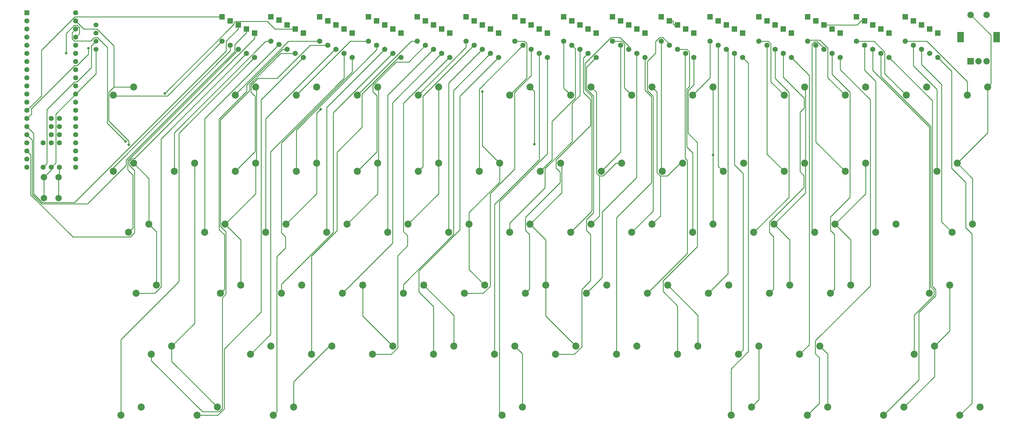
<source format=gbr>
%TF.GenerationSoftware,KiCad,Pcbnew,(5.1.7)-1*%
%TF.CreationDate,2020-12-17T15:48:16-08:00*%
%TF.ProjectId,memers and dreamers - Copy,6d656d65-7273-4206-916e-642064726561,rev?*%
%TF.SameCoordinates,Original*%
%TF.FileFunction,Copper,L2,Bot*%
%TF.FilePolarity,Positive*%
%FSLAX46Y46*%
G04 Gerber Fmt 4.6, Leading zero omitted, Abs format (unit mm)*
G04 Created by KiCad (PCBNEW (5.1.7)-1) date 2020-12-17 15:48:16*
%MOMM*%
%LPD*%
G01*
G04 APERTURE LIST*
%TA.AperFunction,ComponentPad*%
%ADD10C,2.200000*%
%TD*%
%TA.AperFunction,ComponentPad*%
%ADD11C,2.000000*%
%TD*%
%TA.AperFunction,ComponentPad*%
%ADD12C,1.600000*%
%TD*%
%TA.AperFunction,ComponentPad*%
%ADD13R,1.600000X1.600000*%
%TD*%
%TA.AperFunction,ComponentPad*%
%ADD14C,1.651000*%
%TD*%
%TA.AperFunction,ComponentPad*%
%ADD15R,1.651000X1.651000*%
%TD*%
%TA.AperFunction,WasherPad*%
%ADD16R,2.000000X3.200000*%
%TD*%
%TA.AperFunction,ComponentPad*%
%ADD17R,2.000000X2.000000*%
%TD*%
%TA.AperFunction,ComponentPad*%
%ADD18C,1.524000*%
%TD*%
%TA.AperFunction,ViaPad*%
%ADD19C,0.800000*%
%TD*%
%TA.AperFunction,Conductor*%
%ADD20C,0.250000*%
%TD*%
G04 APERTURE END LIST*
D10*
%TO.P,SW73,2*%
%TO.N,Net-(D73-Pad2)*%
X237363000Y-160020000D03*
%TO.P,SW73,1*%
%TO.N,Col11*%
X243713000Y-157480000D03*
%TD*%
%TO.P,SW75,2*%
%TO.N,Net-(D75-Pad2)*%
X284988000Y-160020000D03*
%TO.P,SW75,1*%
%TO.N,Col14*%
X291338000Y-157480000D03*
%TD*%
%TO.P,SW74,2*%
%TO.N,Net-(D74-Pad2)*%
X261176000Y-160020000D03*
%TO.P,SW74,1*%
%TO.N,Col13*%
X267526000Y-157480000D03*
%TD*%
%TO.P,SW72,2*%
%TO.N,Net-(D72-Pad2)*%
X213550000Y-160020000D03*
%TO.P,SW72,1*%
%TO.N,Col10*%
X219900000Y-157480000D03*
%TD*%
%TO.P,SW57,2*%
%TO.N,Net-(D57-Pad2)*%
X63500000Y-140970000D03*
%TO.P,SW57,1*%
%TO.N,Col2*%
X69850000Y-138430000D03*
%TD*%
%TO.P,SW58,1*%
%TO.N,Col3*%
X88900000Y-138430000D03*
%TO.P,SW58,2*%
%TO.N,Net-(D58-Pad2)*%
X82550000Y-140970000D03*
%TD*%
%TO.P,SW59,1*%
%TO.N,Col4*%
X107950000Y-138430000D03*
%TO.P,SW59,2*%
%TO.N,Net-(D59-Pad2)*%
X101600000Y-140970000D03*
%TD*%
%TO.P,SW56,1*%
%TO.N,Col1*%
X38862000Y-138430000D03*
%TO.P,SW56,2*%
%TO.N,Net-(D56-Pad2)*%
X32512000Y-140970000D03*
%TD*%
%TO.P,SW66,2*%
%TO.N,Net-(D66-Pad2)*%
X234950000Y-140970000D03*
%TO.P,SW66,1*%
%TO.N,Col11*%
X241300000Y-138430000D03*
%TD*%
%TO.P,SW60,2*%
%TO.N,Net-(D60-Pad2)*%
X120650000Y-140970000D03*
%TO.P,SW60,1*%
%TO.N,Col5*%
X127000000Y-138430000D03*
%TD*%
%TO.P,SW69,2*%
%TO.N,Net-(D69-Pad2)*%
X46799500Y-160020000D03*
%TO.P,SW69,1*%
%TO.N,Col1*%
X53149500Y-157480000D03*
%TD*%
%TO.P,SW64,1*%
%TO.N,Col9*%
X203200000Y-138430000D03*
%TO.P,SW64,2*%
%TO.N,Net-(D64-Pad2)*%
X196850000Y-140970000D03*
%TD*%
%TO.P,SW70,1*%
%TO.N,Col3*%
X76962000Y-157480000D03*
%TO.P,SW70,2*%
%TO.N,Net-(D70-Pad2)*%
X70612000Y-160020000D03*
%TD*%
%TO.P,SW68,1*%
%TO.N,Col0*%
X29337000Y-157480000D03*
%TO.P,SW68,2*%
%TO.N,Net-(D68-Pad2)*%
X22987000Y-160020000D03*
%TD*%
%TO.P,SW65,1*%
%TO.N,Col10*%
X222250000Y-138430000D03*
%TO.P,SW65,2*%
%TO.N,Net-(D65-Pad2)*%
X215900000Y-140970000D03*
%TD*%
%TO.P,SW71,1*%
%TO.N,Col6*%
X148400000Y-157480000D03*
%TO.P,SW71,2*%
%TO.N,Net-(D71-Pad2)*%
X142050000Y-160020000D03*
%TD*%
%TO.P,SW61,2*%
%TO.N,Net-(D61-Pad2)*%
X139700000Y-140970000D03*
%TO.P,SW61,1*%
%TO.N,Col6*%
X146050000Y-138430000D03*
%TD*%
%TO.P,SW67,1*%
%TO.N,Col13*%
X277050000Y-138430000D03*
%TO.P,SW67,2*%
%TO.N,Net-(D67-Pad2)*%
X270700000Y-140970000D03*
%TD*%
%TO.P,SW63,2*%
%TO.N,Net-(D63-Pad2)*%
X177800000Y-140970000D03*
%TO.P,SW63,1*%
%TO.N,Col8*%
X184150000Y-138430000D03*
%TD*%
%TO.P,SW62,1*%
%TO.N,Col7*%
X165100000Y-138430000D03*
%TO.P,SW62,2*%
%TO.N,Net-(D62-Pad2)*%
X158750000Y-140970000D03*
%TD*%
D11*
%TO.P,SW76,2*%
%TO.N,GND*%
X-1007500Y-85661500D03*
%TO.P,SW76,1*%
%TO.N,Reset*%
X3492500Y-85661500D03*
%TO.P,SW76,2*%
%TO.N,GND*%
X-1007500Y-92161500D03*
%TO.P,SW76,1*%
%TO.N,Reset*%
X3492500Y-92161500D03*
%TD*%
D12*
%TO.P,U2,9*%
%TO.N,Net-(U2-Pad9)*%
X-6350000Y-54610000D03*
%TO.P,U2,10*%
%TO.N,Net-(U2-Pad10)*%
X-6350000Y-57150000D03*
%TO.P,U2,11*%
%TO.N,Net-(U2-Pad11)*%
X-6350000Y-59690000D03*
%TO.P,U2,8*%
%TO.N,Net-(U2-Pad8)*%
X-6350000Y-52070000D03*
%TO.P,U2,7*%
%TO.N,Net-(U2-Pad7)*%
X-6350000Y-49530000D03*
%TO.P,U2,6*%
%TO.N,Net-(U2-Pad6)*%
X-6350000Y-46990000D03*
%TO.P,U2,5*%
%TO.N,Net-(U2-Pad5)*%
X-6350000Y-44450000D03*
%TO.P,U2,4*%
%TO.N,SDA*%
X-6350000Y-41910000D03*
%TO.P,U2,3*%
%TO.N,SCL*%
X-6350000Y-39370000D03*
%TO.P,U2,2*%
%TO.N,Net-(U2-Pad2)*%
X-6350000Y-36830000D03*
D13*
%TO.P,U2,1*%
%TO.N,Net-(U2-Pad1)*%
X-6350000Y-34290000D03*
D12*
%TO.P,U2,12*%
%TO.N,Net-(U2-Pad12)*%
X-6350000Y-62230000D03*
%TO.P,U2,13*%
%TO.N,Row0*%
X-6350000Y-64770000D03*
%TO.P,U2,14*%
%TO.N,Row1*%
X-6350000Y-67310000D03*
%TO.P,U2,15*%
%TO.N,Row2*%
X-6350000Y-69850000D03*
%TO.P,U2,16*%
%TO.N,Row3*%
X-6350000Y-72390000D03*
%TO.P,U2,17*%
%TO.N,Row4*%
X-6350000Y-74930000D03*
%TO.P,U2,18*%
%TO.N,Row5*%
X-6350000Y-77470000D03*
%TO.P,U2,19*%
%TO.N,EncA*%
X-6350000Y-80010000D03*
%TO.P,U2,20*%
%TO.N,EncB*%
X-6350000Y-82550000D03*
%TO.P,U2,21*%
%TO.N,+5V*%
X-1270000Y-82550000D03*
%TO.P,U2,22*%
%TO.N,GND*%
X1270000Y-82550000D03*
%TO.P,U2,23*%
%TO.N,Reset*%
X3810000Y-82550000D03*
%TO.P,U2,24*%
%TO.N,Net-(U2-Pad24)*%
X8890000Y-82550000D03*
%TO.P,U2,25*%
%TO.N,Net-(U2-Pad25)*%
X8890000Y-80010000D03*
%TO.P,U2,26*%
%TO.N,Col14*%
X8890000Y-77470000D03*
%TO.P,U2,27*%
%TO.N,Col13*%
X8890000Y-74930000D03*
%TO.P,U2,28*%
%TO.N,Col12*%
X8890000Y-72390000D03*
%TO.P,U2,29*%
%TO.N,Col11*%
X8890000Y-69850000D03*
%TO.P,U2,30*%
%TO.N,Col10*%
X8890000Y-67310000D03*
%TO.P,U2,31*%
%TO.N,Col9*%
X8890000Y-64770000D03*
%TO.P,U2,32*%
%TO.N,Net-(U2-Pad32)*%
X8890000Y-62230000D03*
%TO.P,U2,33*%
%TO.N,GND*%
X8890000Y-59690000D03*
%TO.P,U2,34*%
%TO.N,Col8*%
X8890000Y-57150000D03*
%TO.P,U2,35*%
%TO.N,Col7*%
X8890000Y-54610000D03*
%TO.P,U2,36*%
%TO.N,Col6*%
X8890000Y-52070000D03*
%TO.P,U2,37*%
%TO.N,Col5*%
X8890000Y-49530000D03*
%TO.P,U2,38*%
%TO.N,Col4*%
X8890000Y-46990000D03*
%TO.P,U2,39*%
%TO.N,Col3*%
X8890000Y-44450000D03*
%TO.P,U2,40*%
%TO.N,Col2*%
X8890000Y-41910000D03*
%TO.P,U2,41*%
%TO.N,Col1*%
X8890000Y-39370000D03*
%TO.P,U2,42*%
%TO.N,Col0*%
X8890000Y-36830000D03*
%TO.P,U2,43*%
%TO.N,+5V*%
X8890000Y-34290000D03*
%TO.P,U2,44*%
%TO.N,Net-(U2-Pad44)*%
X3810000Y-67310000D03*
%TO.P,U2,45*%
%TO.N,Net-(U2-Pad45)*%
X3810000Y-69850000D03*
%TO.P,U2,46*%
%TO.N,Net-(U2-Pad46)*%
X3810000Y-72390000D03*
%TO.P,U2,47*%
%TO.N,Net-(U2-Pad47)*%
X3810000Y-74930000D03*
%TO.P,U2,48*%
%TO.N,Net-(U2-Pad48)*%
X1270000Y-67310000D03*
%TO.P,U2,49*%
%TO.N,Net-(U2-Pad49)*%
X1270000Y-69850000D03*
%TO.P,U2,50*%
%TO.N,Net-(U2-Pad50)*%
X1270000Y-72390000D03*
%TO.P,U2,51*%
%TO.N,Net-(U2-Pad51)*%
X1270000Y-74930000D03*
%TO.P,U2,52*%
%TO.N,Net-(U2-Pad52)*%
X-1270000Y-74930000D03*
%TD*%
D10*
%TO.P,SW14,1*%
%TO.N,Col0*%
X26957000Y-81280000D03*
%TO.P,SW14,2*%
%TO.N,Net-(D14-Pad2)*%
X20607000Y-83820000D03*
%TD*%
%TO.P,SW1,1*%
%TO.N,Col0*%
X26957000Y-57467500D03*
%TO.P,SW1,2*%
%TO.N,Net-(D1-Pad2)*%
X20607000Y-60007500D03*
%TD*%
D14*
%TO.P,D75,2*%
%TO.N,Net-(D75-Pad2)*%
X278130000Y-48260000D03*
D15*
%TO.P,D75,1*%
%TO.N,Row5*%
X278130000Y-40640000D03*
%TD*%
D14*
%TO.P,D74,2*%
%TO.N,Net-(D74-Pad2)*%
X262890000Y-48260000D03*
D15*
%TO.P,D74,1*%
%TO.N,Row5*%
X262890000Y-40640000D03*
%TD*%
D14*
%TO.P,D73,2*%
%TO.N,Net-(D73-Pad2)*%
X247650000Y-48260000D03*
D15*
%TO.P,D73,1*%
%TO.N,Row5*%
X247650000Y-40640000D03*
%TD*%
D14*
%TO.P,D72,2*%
%TO.N,Net-(D72-Pad2)*%
X217170000Y-48260000D03*
D15*
%TO.P,D72,1*%
%TO.N,Row5*%
X217170000Y-40640000D03*
%TD*%
D14*
%TO.P,D71,2*%
%TO.N,Net-(D71-Pad2)*%
X156210000Y-48260000D03*
D15*
%TO.P,D71,1*%
%TO.N,Row5*%
X156210000Y-40640000D03*
%TD*%
D14*
%TO.P,D70,2*%
%TO.N,Net-(D70-Pad2)*%
X95250000Y-48260000D03*
D15*
%TO.P,D70,1*%
%TO.N,Row5*%
X95250000Y-40640000D03*
%TD*%
D14*
%TO.P,D69,2*%
%TO.N,Net-(D69-Pad2)*%
X80010000Y-48260000D03*
D15*
%TO.P,D69,1*%
%TO.N,Row5*%
X80010000Y-40640000D03*
%TD*%
%TO.P,D68,1*%
%TO.N,Row5*%
X64770000Y-40640000D03*
D14*
%TO.P,D68,2*%
%TO.N,Net-(D68-Pad2)*%
X64770000Y-48260000D03*
%TD*%
%TO.P,D67,2*%
%TO.N,Net-(D67-Pad2)*%
X260350000Y-46990000D03*
D15*
%TO.P,D67,1*%
%TO.N,Row4*%
X260350000Y-39370000D03*
%TD*%
D14*
%TO.P,D66,2*%
%TO.N,Net-(D66-Pad2)*%
X232410000Y-48260000D03*
D15*
%TO.P,D66,1*%
%TO.N,Row4*%
X232410000Y-40640000D03*
%TD*%
D14*
%TO.P,D65,2*%
%TO.N,Net-(D65-Pad2)*%
X214630000Y-46990000D03*
D15*
%TO.P,D65,1*%
%TO.N,Row4*%
X214630000Y-39370000D03*
%TD*%
D14*
%TO.P,D64,2*%
%TO.N,Net-(D64-Pad2)*%
X201930000Y-48260000D03*
D15*
%TO.P,D64,1*%
%TO.N,Row4*%
X201930000Y-40640000D03*
%TD*%
D14*
%TO.P,D63,2*%
%TO.N,Net-(D63-Pad2)*%
X186690000Y-48260000D03*
D15*
%TO.P,D63,1*%
%TO.N,Row4*%
X186690000Y-40640000D03*
%TD*%
D14*
%TO.P,D62,2*%
%TO.N,Net-(D62-Pad2)*%
X171450000Y-48260000D03*
D15*
%TO.P,D62,1*%
%TO.N,Row4*%
X171450000Y-40640000D03*
%TD*%
D14*
%TO.P,D61,2*%
%TO.N,Net-(D61-Pad2)*%
X153670000Y-46990000D03*
D15*
%TO.P,D61,1*%
%TO.N,Row4*%
X153670000Y-39370000D03*
%TD*%
D14*
%TO.P,D60,2*%
%TO.N,Net-(D60-Pad2)*%
X140970000Y-48260000D03*
D15*
%TO.P,D60,1*%
%TO.N,Row4*%
X140970000Y-40640000D03*
%TD*%
D14*
%TO.P,D59,2*%
%TO.N,Net-(D59-Pad2)*%
X125730000Y-48260000D03*
D15*
%TO.P,D59,1*%
%TO.N,Row4*%
X125730000Y-40640000D03*
%TD*%
D14*
%TO.P,D58,2*%
%TO.N,Net-(D58-Pad2)*%
X110490000Y-48260000D03*
D15*
%TO.P,D58,1*%
%TO.N,Row4*%
X110490000Y-40640000D03*
%TD*%
D14*
%TO.P,D57,2*%
%TO.N,Net-(D57-Pad2)*%
X92710000Y-46990000D03*
D15*
%TO.P,D57,1*%
%TO.N,Row4*%
X92710000Y-39370000D03*
%TD*%
D14*
%TO.P,D56,2*%
%TO.N,Net-(D56-Pad2)*%
X77470000Y-46990000D03*
D15*
%TO.P,D56,1*%
%TO.N,Row4*%
X77470000Y-39370000D03*
%TD*%
D14*
%TO.P,D55,2*%
%TO.N,Net-(D55-Pad2)*%
X275590000Y-46990000D03*
D15*
%TO.P,D55,1*%
%TO.N,Row4*%
X275590000Y-39370000D03*
%TD*%
D14*
%TO.P,D54,2*%
%TO.N,Net-(D54-Pad2)*%
X257810000Y-45720000D03*
D15*
%TO.P,D54,1*%
%TO.N,Row3*%
X257810000Y-38100000D03*
%TD*%
D14*
%TO.P,D53,2*%
%TO.N,Net-(D53-Pad2)*%
X245110000Y-46990000D03*
D15*
%TO.P,D53,1*%
%TO.N,Row3*%
X245110000Y-39370000D03*
%TD*%
D14*
%TO.P,D52,2*%
%TO.N,Net-(D52-Pad2)*%
X229870000Y-46990000D03*
D15*
%TO.P,D52,1*%
%TO.N,Row3*%
X229870000Y-39370000D03*
%TD*%
D14*
%TO.P,D51,2*%
%TO.N,Net-(D51-Pad2)*%
X212090000Y-45720000D03*
D15*
%TO.P,D51,1*%
%TO.N,Row3*%
X212090000Y-38100000D03*
%TD*%
D14*
%TO.P,D50,2*%
%TO.N,Net-(D50-Pad2)*%
X199390000Y-46990000D03*
D15*
%TO.P,D50,1*%
%TO.N,Row3*%
X199390000Y-39370000D03*
%TD*%
D14*
%TO.P,D49,2*%
%TO.N,Net-(D49-Pad2)*%
X184150000Y-46990000D03*
D15*
%TO.P,D49,1*%
%TO.N,Row3*%
X184150000Y-39370000D03*
%TD*%
D14*
%TO.P,D48,2*%
%TO.N,Net-(D48-Pad2)*%
X168910000Y-46990000D03*
D15*
%TO.P,D48,1*%
%TO.N,Row3*%
X168910000Y-39370000D03*
%TD*%
D14*
%TO.P,D47,2*%
%TO.N,Net-(D47-Pad2)*%
X151130000Y-45720000D03*
D15*
%TO.P,D47,1*%
%TO.N,Row3*%
X151130000Y-38100000D03*
%TD*%
D14*
%TO.P,D46,2*%
%TO.N,Net-(D46-Pad2)*%
X138430000Y-46990000D03*
D15*
%TO.P,D46,1*%
%TO.N,Row3*%
X138430000Y-39370000D03*
%TD*%
D14*
%TO.P,D45,2*%
%TO.N,Net-(D45-Pad2)*%
X123190000Y-46990000D03*
D15*
%TO.P,D45,1*%
%TO.N,Row3*%
X123190000Y-39370000D03*
%TD*%
D14*
%TO.P,D44,2*%
%TO.N,Net-(D44-Pad2)*%
X107950000Y-46990000D03*
D15*
%TO.P,D44,1*%
%TO.N,Row3*%
X107950000Y-39370000D03*
%TD*%
D14*
%TO.P,D43,2*%
%TO.N,Net-(D43-Pad2)*%
X74930000Y-45720000D03*
D15*
%TO.P,D43,1*%
%TO.N,Row3*%
X74930000Y-38100000D03*
%TD*%
%TO.P,D42,1*%
%TO.N,Row3*%
X62230000Y-39370000D03*
D14*
%TO.P,D42,2*%
%TO.N,Net-(D42-Pad2)*%
X62230000Y-46990000D03*
%TD*%
%TO.P,D41,2*%
%TO.N,Net-(D41-Pad2)*%
X273050000Y-45720000D03*
D15*
%TO.P,D41,1*%
%TO.N,Row2*%
X273050000Y-38100000D03*
%TD*%
D14*
%TO.P,D40,2*%
%TO.N,Net-(D40-Pad2)*%
X255270000Y-44450000D03*
D15*
%TO.P,D40,1*%
%TO.N,Row2*%
X255270000Y-36830000D03*
%TD*%
D14*
%TO.P,D39,2*%
%TO.N,Net-(D39-Pad2)*%
X242570000Y-45720000D03*
D15*
%TO.P,D39,1*%
%TO.N,Row2*%
X242570000Y-38100000D03*
%TD*%
D14*
%TO.P,D38,2*%
%TO.N,Net-(D38-Pad2)*%
X227330000Y-45720000D03*
D15*
%TO.P,D38,1*%
%TO.N,Row2*%
X227330000Y-38100000D03*
%TD*%
D14*
%TO.P,D37,2*%
%TO.N,Net-(D37-Pad2)*%
X196850000Y-45720000D03*
D15*
%TO.P,D37,1*%
%TO.N,Row2*%
X196850000Y-38100000D03*
%TD*%
D14*
%TO.P,D36,2*%
%TO.N,Net-(D36-Pad2)*%
X194310000Y-44450000D03*
D15*
%TO.P,D36,1*%
%TO.N,Row2*%
X194310000Y-36830000D03*
%TD*%
D14*
%TO.P,D35,2*%
%TO.N,Net-(D35-Pad2)*%
X181610000Y-45720000D03*
D15*
%TO.P,D35,1*%
%TO.N,Row2*%
X181610000Y-38100000D03*
%TD*%
D14*
%TO.P,D34,2*%
%TO.N,Net-(D34-Pad2)*%
X166370000Y-45720000D03*
D15*
%TO.P,D34,1*%
%TO.N,Row2*%
X166370000Y-38100000D03*
%TD*%
D14*
%TO.P,D33,2*%
%TO.N,Net-(D33-Pad2)*%
X135890000Y-45720000D03*
D15*
%TO.P,D33,1*%
%TO.N,Row2*%
X135890000Y-38100000D03*
%TD*%
D14*
%TO.P,D32,2*%
%TO.N,Net-(D32-Pad2)*%
X120650000Y-45720000D03*
D15*
%TO.P,D32,1*%
%TO.N,Row2*%
X120650000Y-38100000D03*
%TD*%
D14*
%TO.P,D31,2*%
%TO.N,Net-(D31-Pad2)*%
X105410000Y-45720000D03*
D15*
%TO.P,D31,1*%
%TO.N,Row2*%
X105410000Y-38100000D03*
%TD*%
D14*
%TO.P,D30,2*%
%TO.N,Net-(D30-Pad2)*%
X90170000Y-45720000D03*
D15*
%TO.P,D30,1*%
%TO.N,Row2*%
X90170000Y-38100000D03*
%TD*%
D14*
%TO.P,D29,2*%
%TO.N,Net-(D29-Pad2)*%
X72390000Y-44196000D03*
D15*
%TO.P,D29,1*%
%TO.N,Row2*%
X72390000Y-36576000D03*
%TD*%
%TO.P,D28,1*%
%TO.N,Row2*%
X59690000Y-38100000D03*
D14*
%TO.P,D28,2*%
%TO.N,Net-(D28-Pad2)*%
X59690000Y-45720000D03*
%TD*%
%TO.P,D27,2*%
%TO.N,Net-(D27-Pad2)*%
X270510000Y-44450000D03*
D15*
%TO.P,D27,1*%
%TO.N,Row1*%
X270510000Y-36830000D03*
%TD*%
D14*
%TO.P,D26,2*%
%TO.N,Net-(D26-Pad2)*%
X240030000Y-44450000D03*
D15*
%TO.P,D26,1*%
%TO.N,Row1*%
X240030000Y-36830000D03*
%TD*%
D14*
%TO.P,D25,2*%
%TO.N,Net-(D25-Pad2)*%
X224790000Y-44450000D03*
D15*
%TO.P,D25,1*%
%TO.N,Row1*%
X224790000Y-36830000D03*
%TD*%
D14*
%TO.P,D24,2*%
%TO.N,Net-(D24-Pad2)*%
X209550000Y-44450000D03*
D15*
%TO.P,D24,1*%
%TO.N,Row1*%
X209550000Y-36830000D03*
%TD*%
D14*
%TO.P,D23,2*%
%TO.N,Net-(D23-Pad2)*%
X191770000Y-43180000D03*
D15*
%TO.P,D23,1*%
%TO.N,Row1*%
X191770000Y-35560000D03*
%TD*%
D14*
%TO.P,D22,2*%
%TO.N,Net-(D22-Pad2)*%
X179070000Y-44450000D03*
D15*
%TO.P,D22,1*%
%TO.N,Row1*%
X179070000Y-36830000D03*
%TD*%
D14*
%TO.P,D21,2*%
%TO.N,Net-(D21-Pad2)*%
X163830000Y-44450000D03*
D15*
%TO.P,D21,1*%
%TO.N,Row1*%
X163830000Y-36830000D03*
%TD*%
D14*
%TO.P,D20,2*%
%TO.N,Net-(D20-Pad2)*%
X148590000Y-44450000D03*
D15*
%TO.P,D20,1*%
%TO.N,Row1*%
X148590000Y-36830000D03*
%TD*%
D14*
%TO.P,D19,2*%
%TO.N,Net-(D19-Pad2)*%
X133350000Y-44450000D03*
D15*
%TO.P,D19,1*%
%TO.N,Row1*%
X133350000Y-36830000D03*
%TD*%
D14*
%TO.P,D18,2*%
%TO.N,Net-(D18-Pad2)*%
X118110000Y-44450000D03*
D15*
%TO.P,D18,1*%
%TO.N,Row1*%
X118110000Y-36830000D03*
%TD*%
D14*
%TO.P,D17,2*%
%TO.N,Net-(D17-Pad2)*%
X102870000Y-44450000D03*
D15*
%TO.P,D17,1*%
%TO.N,Row1*%
X102870000Y-36830000D03*
%TD*%
D14*
%TO.P,D16,2*%
%TO.N,Net-(D16-Pad2)*%
X87630000Y-44450000D03*
D15*
%TO.P,D16,1*%
%TO.N,Row1*%
X87630000Y-36830000D03*
%TD*%
D14*
%TO.P,D15,2*%
%TO.N,Net-(D15-Pad2)*%
X69850000Y-43180000D03*
D15*
%TO.P,D15,1*%
%TO.N,Row1*%
X69850000Y-35560000D03*
%TD*%
%TO.P,D14,1*%
%TO.N,Row1*%
X57150000Y-36830000D03*
D14*
%TO.P,D14,2*%
%TO.N,Net-(D14-Pad2)*%
X57150000Y-44450000D03*
%TD*%
%TO.P,D13,2*%
%TO.N,Net-(D13-Pad2)*%
X267970000Y-43180000D03*
D15*
%TO.P,D13,1*%
%TO.N,Row0*%
X267970000Y-35560000D03*
%TD*%
D14*
%TO.P,D12,2*%
%TO.N,Net-(D12-Pad2)*%
X252730000Y-43180000D03*
D15*
%TO.P,D12,1*%
%TO.N,Row0*%
X252730000Y-35560000D03*
%TD*%
D14*
%TO.P,D11,2*%
%TO.N,Net-(D11-Pad2)*%
X237490000Y-43180000D03*
D15*
%TO.P,D11,1*%
%TO.N,Row0*%
X237490000Y-35560000D03*
%TD*%
D14*
%TO.P,D10,2*%
%TO.N,Net-(D10-Pad2)*%
X222250000Y-43180000D03*
D15*
%TO.P,D10,1*%
%TO.N,Row0*%
X222250000Y-35560000D03*
%TD*%
D14*
%TO.P,D9,2*%
%TO.N,Net-(D9-Pad2)*%
X207010000Y-43180000D03*
D15*
%TO.P,D9,1*%
%TO.N,Row0*%
X207010000Y-35560000D03*
%TD*%
D14*
%TO.P,D8,2*%
%TO.N,Net-(D8-Pad2)*%
X176530000Y-43180000D03*
D15*
%TO.P,D8,1*%
%TO.N,Row0*%
X176530000Y-35560000D03*
%TD*%
D14*
%TO.P,D7,2*%
%TO.N,Net-(D7-Pad2)*%
X161290000Y-43180000D03*
D15*
%TO.P,D7,1*%
%TO.N,Row0*%
X161290000Y-35560000D03*
%TD*%
D14*
%TO.P,D6,2*%
%TO.N,Net-(D6-Pad2)*%
X146050000Y-43180000D03*
D15*
%TO.P,D6,1*%
%TO.N,Row0*%
X146050000Y-35560000D03*
%TD*%
D14*
%TO.P,D5,2*%
%TO.N,Net-(D5-Pad2)*%
X130810000Y-43180000D03*
D15*
%TO.P,D5,1*%
%TO.N,Row0*%
X130810000Y-35560000D03*
%TD*%
D14*
%TO.P,D4,2*%
%TO.N,Net-(D4-Pad2)*%
X115570000Y-43180000D03*
D15*
%TO.P,D4,1*%
%TO.N,Row0*%
X115570000Y-35560000D03*
%TD*%
D14*
%TO.P,D3,2*%
%TO.N,Net-(D3-Pad2)*%
X100330000Y-43180000D03*
D15*
%TO.P,D3,1*%
%TO.N,Row0*%
X100330000Y-35560000D03*
%TD*%
D14*
%TO.P,D2,2*%
%TO.N,Net-(D2-Pad2)*%
X85090000Y-43180000D03*
D15*
%TO.P,D2,1*%
%TO.N,Row0*%
X85090000Y-35560000D03*
%TD*%
%TO.P,D1,1*%
%TO.N,Row0*%
X54610000Y-35560000D03*
D14*
%TO.P,D1,2*%
%TO.N,Net-(D1-Pad2)*%
X54610000Y-43180000D03*
%TD*%
D10*
%TO.P,SW2,1*%
%TO.N,Col2*%
X65057000Y-57467500D03*
%TO.P,SW2,2*%
%TO.N,Net-(D2-Pad2)*%
X58707000Y-60007500D03*
%TD*%
%TO.P,SW3,1*%
%TO.N,Col3*%
X84107000Y-57467500D03*
%TO.P,SW3,2*%
%TO.N,Net-(D3-Pad2)*%
X77757000Y-60007500D03*
%TD*%
%TO.P,SW4,2*%
%TO.N,Net-(D4-Pad2)*%
X96807000Y-60007500D03*
%TO.P,SW4,1*%
%TO.N,Col4*%
X103157000Y-57467500D03*
%TD*%
%TO.P,SW5,1*%
%TO.N,Col5*%
X122207000Y-57467500D03*
%TO.P,SW5,2*%
%TO.N,Net-(D5-Pad2)*%
X115857000Y-60007500D03*
%TD*%
%TO.P,SW6,2*%
%TO.N,Net-(D6-Pad2)*%
X144432000Y-60007500D03*
%TO.P,SW6,1*%
%TO.N,Col7*%
X150782000Y-57467500D03*
%TD*%
%TO.P,SW7,1*%
%TO.N,Col8*%
X169832000Y-57467500D03*
%TO.P,SW7,2*%
%TO.N,Net-(D7-Pad2)*%
X163482000Y-60007500D03*
%TD*%
%TO.P,SW8,2*%
%TO.N,Net-(D8-Pad2)*%
X182532000Y-60007500D03*
%TO.P,SW8,1*%
%TO.N,Col9*%
X188882000Y-57467500D03*
%TD*%
%TO.P,SW9,2*%
%TO.N,Net-(D9-Pad2)*%
X201582000Y-60007500D03*
%TO.P,SW9,1*%
%TO.N,Col10*%
X207932000Y-57467500D03*
%TD*%
%TO.P,SW10,2*%
%TO.N,Net-(D10-Pad2)*%
X230157000Y-60007500D03*
%TO.P,SW10,1*%
%TO.N,Col11*%
X236507000Y-57467500D03*
%TD*%
%TO.P,SW11,1*%
%TO.N,Col12*%
X255557000Y-57467500D03*
%TO.P,SW11,2*%
%TO.N,Net-(D11-Pad2)*%
X249207000Y-60007500D03*
%TD*%
%TO.P,SW12,2*%
%TO.N,Net-(D12-Pad2)*%
X268257000Y-60007500D03*
%TO.P,SW12,1*%
%TO.N,Col13*%
X274607000Y-57467500D03*
%TD*%
%TO.P,SW13,1*%
%TO.N,Col14*%
X293657000Y-57467500D03*
%TO.P,SW13,2*%
%TO.N,Net-(D13-Pad2)*%
X287307000Y-60007500D03*
%TD*%
%TO.P,SW15,2*%
%TO.N,Net-(D15-Pad2)*%
X39657000Y-83820000D03*
%TO.P,SW15,1*%
%TO.N,Col1*%
X46007000Y-81280000D03*
%TD*%
%TO.P,SW16,2*%
%TO.N,Net-(D16-Pad2)*%
X58707000Y-83820000D03*
%TO.P,SW16,1*%
%TO.N,Col2*%
X65057000Y-81280000D03*
%TD*%
%TO.P,SW17,2*%
%TO.N,Net-(D17-Pad2)*%
X77757000Y-83820000D03*
%TO.P,SW17,1*%
%TO.N,Col3*%
X84107000Y-81280000D03*
%TD*%
%TO.P,SW18,1*%
%TO.N,Col4*%
X103157000Y-81280000D03*
%TO.P,SW18,2*%
%TO.N,Net-(D18-Pad2)*%
X96807000Y-83820000D03*
%TD*%
%TO.P,SW19,2*%
%TO.N,Net-(D19-Pad2)*%
X115857000Y-83820000D03*
%TO.P,SW19,1*%
%TO.N,Col5*%
X122207000Y-81280000D03*
%TD*%
%TO.P,SW20,1*%
%TO.N,Col6*%
X141257000Y-81280000D03*
%TO.P,SW20,2*%
%TO.N,Net-(D20-Pad2)*%
X134907000Y-83820000D03*
%TD*%
%TO.P,SW21,1*%
%TO.N,Col7*%
X160307000Y-81280000D03*
%TO.P,SW21,2*%
%TO.N,Net-(D21-Pad2)*%
X153957000Y-83820000D03*
%TD*%
%TO.P,SW22,2*%
%TO.N,Net-(D22-Pad2)*%
X173007000Y-83820000D03*
%TO.P,SW22,1*%
%TO.N,Col8*%
X179357000Y-81280000D03*
%TD*%
%TO.P,SW23,2*%
%TO.N,Net-(D23-Pad2)*%
X192057000Y-83820000D03*
%TO.P,SW23,1*%
%TO.N,Col9*%
X198407000Y-81280000D03*
%TD*%
%TO.P,SW24,1*%
%TO.N,Col10*%
X217457000Y-81280000D03*
%TO.P,SW24,2*%
%TO.N,Net-(D24-Pad2)*%
X211107000Y-83820000D03*
%TD*%
%TO.P,SW25,1*%
%TO.N,Col11*%
X236507000Y-81280000D03*
%TO.P,SW25,2*%
%TO.N,Net-(D25-Pad2)*%
X230157000Y-83820000D03*
%TD*%
%TO.P,SW26,1*%
%TO.N,Col12*%
X255557000Y-81280000D03*
%TO.P,SW26,2*%
%TO.N,Net-(D26-Pad2)*%
X249207000Y-83820000D03*
%TD*%
%TO.P,SW27,1*%
%TO.N,Col14*%
X284190000Y-81280000D03*
%TO.P,SW27,2*%
%TO.N,Net-(D27-Pad2)*%
X277840000Y-83820000D03*
%TD*%
%TO.P,SW28,1*%
%TO.N,Col0*%
X31719500Y-100330000D03*
%TO.P,SW28,2*%
%TO.N,Net-(D28-Pad2)*%
X25369500Y-102870000D03*
%TD*%
%TO.P,SW29,1*%
%TO.N,Col2*%
X55532000Y-100330000D03*
%TO.P,SW29,2*%
%TO.N,Net-(D29-Pad2)*%
X49182000Y-102870000D03*
%TD*%
%TO.P,SW30,2*%
%TO.N,Net-(D30-Pad2)*%
X68232000Y-102870000D03*
%TO.P,SW30,1*%
%TO.N,Col3*%
X74582000Y-100330000D03*
%TD*%
%TO.P,SW31,2*%
%TO.N,Net-(D31-Pad2)*%
X87282000Y-102870000D03*
%TO.P,SW31,1*%
%TO.N,Col4*%
X93632000Y-100330000D03*
%TD*%
%TO.P,SW32,2*%
%TO.N,Net-(D32-Pad2)*%
X106332000Y-102870000D03*
%TO.P,SW32,1*%
%TO.N,Col5*%
X112682000Y-100330000D03*
%TD*%
%TO.P,SW33,2*%
%TO.N,Net-(D33-Pad2)*%
X125382000Y-102870000D03*
%TO.P,SW33,1*%
%TO.N,Col6*%
X131732000Y-100330000D03*
%TD*%
%TO.P,SW34,2*%
%TO.N,Net-(D34-Pad2)*%
X144432000Y-102870000D03*
%TO.P,SW34,1*%
%TO.N,Col7*%
X150782000Y-100330000D03*
%TD*%
%TO.P,SW35,1*%
%TO.N,Col8*%
X169832000Y-100330000D03*
%TO.P,SW35,2*%
%TO.N,Net-(D35-Pad2)*%
X163482000Y-102870000D03*
%TD*%
%TO.P,SW36,2*%
%TO.N,Net-(D36-Pad2)*%
X182532000Y-102870000D03*
%TO.P,SW36,1*%
%TO.N,Col9*%
X188882000Y-100330000D03*
%TD*%
%TO.P,SW37,2*%
%TO.N,Net-(D37-Pad2)*%
X201582000Y-102870000D03*
%TO.P,SW37,1*%
%TO.N,Col10*%
X207932000Y-100330000D03*
%TD*%
%TO.P,SW38,1*%
%TO.N,Col11*%
X226982000Y-100330000D03*
%TO.P,SW38,2*%
%TO.N,Net-(D38-Pad2)*%
X220632000Y-102870000D03*
%TD*%
%TO.P,SW39,1*%
%TO.N,Col12*%
X246032000Y-100330000D03*
%TO.P,SW39,2*%
%TO.N,Net-(D39-Pad2)*%
X239682000Y-102870000D03*
%TD*%
%TO.P,SW40,1*%
%TO.N,Col13*%
X265082000Y-100330000D03*
%TO.P,SW40,2*%
%TO.N,Net-(D40-Pad2)*%
X258732000Y-102870000D03*
%TD*%
%TO.P,SW41,2*%
%TO.N,Net-(D41-Pad2)*%
X282605000Y-102873000D03*
%TO.P,SW41,1*%
%TO.N,Col14*%
X288955000Y-100333000D03*
%TD*%
%TO.P,SW42,1*%
%TO.N,Col0*%
X34099500Y-119380000D03*
%TO.P,SW42,2*%
%TO.N,Net-(D42-Pad2)*%
X27749500Y-121920000D03*
%TD*%
%TO.P,SW43,2*%
%TO.N,Net-(D43-Pad2)*%
X54038500Y-121920000D03*
%TO.P,SW43,1*%
%TO.N,Col2*%
X60388500Y-119380000D03*
%TD*%
%TO.P,SW44,1*%
%TO.N,Col3*%
X79438500Y-119380000D03*
%TO.P,SW44,2*%
%TO.N,Net-(D44-Pad2)*%
X73088500Y-121920000D03*
%TD*%
%TO.P,SW45,1*%
%TO.N,Col4*%
X98488500Y-119380000D03*
%TO.P,SW45,2*%
%TO.N,Net-(D45-Pad2)*%
X92138500Y-121920000D03*
%TD*%
%TO.P,SW46,1*%
%TO.N,Col5*%
X117538000Y-119380000D03*
%TO.P,SW46,2*%
%TO.N,Net-(D46-Pad2)*%
X111188000Y-121920000D03*
%TD*%
%TO.P,SW47,1*%
%TO.N,Col6*%
X136588000Y-119380000D03*
%TO.P,SW47,2*%
%TO.N,Net-(D47-Pad2)*%
X130238000Y-121920000D03*
%TD*%
%TO.P,SW48,2*%
%TO.N,Net-(D48-Pad2)*%
X149288000Y-121920000D03*
%TO.P,SW48,1*%
%TO.N,Col7*%
X155638000Y-119380000D03*
%TD*%
%TO.P,SW49,2*%
%TO.N,Net-(D49-Pad2)*%
X168338000Y-121920000D03*
%TO.P,SW49,1*%
%TO.N,Col8*%
X174688000Y-119380000D03*
%TD*%
%TO.P,SW50,1*%
%TO.N,Col9*%
X193738000Y-119380000D03*
%TO.P,SW50,2*%
%TO.N,Net-(D50-Pad2)*%
X187388000Y-121920000D03*
%TD*%
%TO.P,SW51,1*%
%TO.N,Col10*%
X212788000Y-119380000D03*
%TO.P,SW51,2*%
%TO.N,Net-(D51-Pad2)*%
X206438000Y-121920000D03*
%TD*%
%TO.P,SW52,2*%
%TO.N,Net-(D52-Pad2)*%
X225488000Y-121920000D03*
%TO.P,SW52,1*%
%TO.N,Col11*%
X231838000Y-119380000D03*
%TD*%
%TO.P,SW53,2*%
%TO.N,Net-(D53-Pad2)*%
X244538000Y-121920000D03*
%TO.P,SW53,1*%
%TO.N,Col12*%
X250888000Y-119380000D03*
%TD*%
%TO.P,SW54,2*%
%TO.N,Net-(D54-Pad2)*%
X275463000Y-121920000D03*
%TO.P,SW54,1*%
%TO.N,Col13*%
X281813000Y-119380000D03*
%TD*%
D11*
%TO.P,SW55,S1*%
%TO.N,Net-(D55-Pad2)*%
X293330000Y-34910000D03*
%TO.P,SW55,S2*%
%TO.N,Col14*%
X288330000Y-34910000D03*
D16*
%TO.P,SW55,*%
%TO.N,*%
X296430000Y-41910000D03*
X285230000Y-41910000D03*
D11*
%TO.P,SW55,B*%
%TO.N,EncB*%
X293330000Y-49410000D03*
%TO.P,SW55,C*%
%TO.N,GND*%
X290830000Y-49410000D03*
D17*
%TO.P,SW55,A*%
%TO.N,EncA*%
X288330000Y-49410000D03*
%TD*%
D18*
%TO.P,U1,1*%
%TO.N,SDA*%
X15240000Y-38100000D03*
%TO.P,U1,2*%
%TO.N,SCL*%
X15240000Y-40640000D03*
%TO.P,U1,3*%
%TO.N,+5V*%
X15240000Y-43180000D03*
%TO.P,U1,4*%
%TO.N,GND*%
X15240000Y-45720000D03*
%TD*%
D19*
%TO.N,Row1*%
X12869200Y-45314400D03*
%TO.N,Row4*%
X36681500Y-59480900D03*
%TO.N,Col0*%
X25471900Y-75492400D03*
%TO.N,Col2*%
X5873700Y-46846500D03*
%TO.N,Col3*%
X85360600Y-64397600D03*
%TO.N,Col7*%
X152096500Y-75287400D03*
%TO.N,Col10*%
X207932000Y-78678500D03*
%TO.N,Col1*%
X24441700Y-74486600D03*
%TO.N,Col6*%
X135817200Y-58884600D03*
%TD*%
D20*
%TO.N,Net-(D1-Pad2)*%
X54610000Y-43180000D02*
X37567900Y-60222100D01*
X37567900Y-60222100D02*
X20821600Y-60222100D01*
X20821600Y-60222100D02*
X20607000Y-60007500D01*
%TO.N,Row0*%
X-6350000Y-64770000D02*
X-1829900Y-60249900D01*
X-1829900Y-60249900D02*
X-1829900Y-45956800D01*
X-1829900Y-45956800D02*
X8566900Y-35560000D01*
X8566900Y-35560000D02*
X54610000Y-35560000D01*
%TO.N,Net-(D2-Pad2)*%
X85090000Y-43180000D02*
X75341000Y-43180000D01*
X75341000Y-43180000D02*
X58707000Y-59814000D01*
X58707000Y-59814000D02*
X58707000Y-60007500D01*
%TO.N,Net-(D3-Pad2)*%
X100330000Y-43180000D02*
X94584500Y-43180000D01*
X94584500Y-43180000D02*
X77757000Y-60007500D01*
%TO.N,Net-(D4-Pad2)*%
X115570000Y-43180000D02*
X113634500Y-43180000D01*
X113634500Y-43180000D02*
X96807000Y-60007500D01*
%TO.N,Net-(D5-Pad2)*%
X130810000Y-43180000D02*
X130810000Y-45054500D01*
X130810000Y-45054500D02*
X115857000Y-60007500D01*
%TO.N,Net-(D6-Pad2)*%
X146050000Y-43180000D02*
X148983000Y-43180000D01*
X148983000Y-43180000D02*
X149745700Y-43942700D01*
X149745700Y-43942700D02*
X149745700Y-54693800D01*
X149745700Y-54693800D02*
X144432000Y-60007500D01*
%TO.N,Net-(D7-Pad2)*%
X161290000Y-43180000D02*
X161290000Y-57815500D01*
X161290000Y-57815500D02*
X163482000Y-60007500D01*
%TO.N,Net-(D8-Pad2)*%
X176530000Y-43180000D02*
X179460100Y-43180000D01*
X179460100Y-43180000D02*
X180263900Y-43983800D01*
X180263900Y-43983800D02*
X180263900Y-57739400D01*
X180263900Y-57739400D02*
X182532000Y-60007500D01*
%TO.N,Net-(D9-Pad2)*%
X207010000Y-43180000D02*
X207010000Y-54579500D01*
X207010000Y-54579500D02*
X201582000Y-60007500D01*
%TO.N,Net-(D10-Pad2)*%
X222250000Y-43180000D02*
X225147900Y-43180000D01*
X225147900Y-43180000D02*
X225983900Y-44016000D01*
X225983900Y-44016000D02*
X225983900Y-55834400D01*
X225983900Y-55834400D02*
X230157000Y-60007500D01*
%TO.N,Net-(D11-Pad2)*%
X249207000Y-60007500D02*
X243760200Y-54560700D01*
X243760200Y-54560700D02*
X243760200Y-45247600D01*
X243760200Y-45247600D02*
X241298600Y-42786000D01*
X241298600Y-42786000D02*
X237884000Y-42786000D01*
X237884000Y-42786000D02*
X237490000Y-43180000D01*
%TO.N,Net-(D12-Pad2)*%
X252730000Y-43180000D02*
X258194600Y-43180000D01*
X258194600Y-43180000D02*
X261543900Y-46529300D01*
X261543900Y-46529300D02*
X261543900Y-53294400D01*
X261543900Y-53294400D02*
X268257000Y-60007500D01*
%TO.N,Net-(D13-Pad2)*%
X267970000Y-43180000D02*
X274724500Y-43180000D01*
X274724500Y-43180000D02*
X287307000Y-55762500D01*
X287307000Y-55762500D02*
X287307000Y-60007500D01*
%TO.N,Row1*%
X12869200Y-45314400D02*
X12869200Y-47205100D01*
X12869200Y-47205100D02*
X9274300Y-50800000D01*
X9274300Y-50800000D02*
X8495600Y-50800000D01*
X8495600Y-50800000D02*
X-4935400Y-64231000D01*
X-4935400Y-64231000D02*
X-4935400Y-65895400D01*
X-4935400Y-65895400D02*
X-6350000Y-67310000D01*
%TO.N,Net-(D14-Pad2)*%
X57150000Y-44450000D02*
X57150000Y-46142100D01*
X57150000Y-46142100D02*
X20607000Y-82685100D01*
X20607000Y-82685100D02*
X20607000Y-83820000D01*
%TO.N,Net-(D15-Pad2)*%
X69850000Y-43180000D02*
X68221300Y-43180000D01*
X68221300Y-43180000D02*
X39657000Y-71744300D01*
X39657000Y-71744300D02*
X39657000Y-83820000D01*
%TO.N,Net-(D16-Pad2)*%
X58707000Y-83820000D02*
X64880800Y-77646200D01*
X64880800Y-77646200D02*
X64880800Y-60312100D01*
X64880800Y-60312100D02*
X63629000Y-59060300D01*
X63629000Y-59060300D02*
X63629000Y-56873900D01*
X63629000Y-56873900D02*
X65722600Y-54780300D01*
X65722600Y-54780300D02*
X71803100Y-54780300D01*
X71803100Y-54780300D02*
X82133400Y-44450000D01*
X82133400Y-44450000D02*
X87630000Y-44450000D01*
%TO.N,Net-(D17-Pad2)*%
X102870000Y-44450000D02*
X102870000Y-45807000D01*
X102870000Y-45807000D02*
X77757000Y-70920000D01*
X77757000Y-70920000D02*
X77757000Y-83820000D01*
%TO.N,Net-(D18-Pad2)*%
X96807000Y-83820000D02*
X102952100Y-77674900D01*
X102952100Y-77674900D02*
X102952100Y-60182200D01*
X102952100Y-60182200D02*
X101687600Y-58917700D01*
X101687600Y-58917700D02*
X101687600Y-56907300D01*
X101687600Y-56907300D02*
X108960000Y-49634900D01*
X108960000Y-49634900D02*
X112925100Y-49634900D01*
X112925100Y-49634900D02*
X118110000Y-44450000D01*
%TO.N,Net-(D19-Pad2)*%
X133350000Y-44450000D02*
X133208700Y-44450000D01*
X133208700Y-44450000D02*
X117341600Y-60317100D01*
X117341600Y-60317100D02*
X117341600Y-82335400D01*
X117341600Y-82335400D02*
X115857000Y-83820000D01*
%TO.N,Net-(D20-Pad2)*%
X134907000Y-83820000D02*
X134907000Y-58133000D01*
X134907000Y-58133000D02*
X148590000Y-44450000D01*
%TO.N,Net-(D21-Pad2)*%
X163830000Y-44450000D02*
X164910800Y-45530800D01*
X164910800Y-45530800D02*
X164910800Y-60918000D01*
X164910800Y-60918000D02*
X157634700Y-68194100D01*
X157634700Y-68194100D02*
X157634700Y-80142300D01*
X157634700Y-80142300D02*
X153957000Y-83820000D01*
%TO.N,Net-(D22-Pad2)*%
X179070000Y-44450000D02*
X179070000Y-77757000D01*
X179070000Y-77757000D02*
X173007000Y-83820000D01*
%TO.N,Net-(D23-Pad2)*%
X191770000Y-43180000D02*
X191770000Y-83533000D01*
X191770000Y-83533000D02*
X192057000Y-83820000D01*
%TO.N,Net-(D24-Pad2)*%
X209550000Y-44450000D02*
X209550000Y-82263000D01*
X209550000Y-82263000D02*
X211107000Y-83820000D01*
%TO.N,Net-(D25-Pad2)*%
X224790000Y-44450000D02*
X224790000Y-78453000D01*
X224790000Y-78453000D02*
X230157000Y-83820000D01*
%TO.N,Net-(D26-Pad2)*%
X240030000Y-44450000D02*
X240030000Y-74643000D01*
X240030000Y-74643000D02*
X249207000Y-83820000D01*
%TO.N,Net-(D27-Pad2)*%
X277840000Y-83820000D02*
X277840000Y-58223900D01*
X277840000Y-58223900D02*
X270510000Y-50893900D01*
X270510000Y-50893900D02*
X270510000Y-44450000D01*
%TO.N,Net-(D28-Pad2)*%
X59690000Y-45720000D02*
X59690000Y-45894400D01*
X59690000Y-45894400D02*
X25080000Y-80504400D01*
X25080000Y-80504400D02*
X25080000Y-83334000D01*
X25080000Y-83334000D02*
X26743000Y-84997000D01*
X26743000Y-84997000D02*
X26743000Y-101496500D01*
X26743000Y-101496500D02*
X25369500Y-102870000D01*
%TO.N,Row2*%
X59690000Y-39250800D02*
X55812500Y-43128300D01*
X55812500Y-43128300D02*
X55812500Y-46197800D01*
X55812500Y-46197800D02*
X8522500Y-93487800D01*
X8522500Y-93487800D02*
X-1574800Y-93487800D01*
X-1574800Y-93487800D02*
X-4259900Y-90802700D01*
X-4259900Y-90802700D02*
X-4259900Y-71940100D01*
X-4259900Y-71940100D02*
X-6350000Y-69850000D01*
X194310000Y-36830000D02*
X195460800Y-36830000D01*
X196850000Y-38100000D02*
X195699200Y-38100000D01*
X195460800Y-36830000D02*
X195460800Y-37861600D01*
X195460800Y-37861600D02*
X195699200Y-38100000D01*
X255270000Y-36830000D02*
X254119200Y-36830000D01*
X242570000Y-38100000D02*
X252849200Y-38100000D01*
X252849200Y-38100000D02*
X254119200Y-36830000D01*
X59690000Y-38100000D02*
X59690000Y-39250800D01*
%TO.N,Net-(D29-Pad2)*%
X72390000Y-44196000D02*
X49182000Y-67404000D01*
X49182000Y-67404000D02*
X49182000Y-102870000D01*
%TO.N,Net-(D30-Pad2)*%
X90170000Y-45720000D02*
X89916200Y-45720000D01*
X89916200Y-45720000D02*
X68232000Y-67404200D01*
X68232000Y-67404200D02*
X68232000Y-102870000D01*
%TO.N,Net-(D31-Pad2)*%
X105410000Y-45720000D02*
X87282000Y-63848000D01*
X87282000Y-63848000D02*
X87282000Y-102870000D01*
%TO.N,Net-(D32-Pad2)*%
X120650000Y-45720000D02*
X106332000Y-60038000D01*
X106332000Y-60038000D02*
X106332000Y-102870000D01*
%TO.N,Net-(D33-Pad2)*%
X135890000Y-45720000D02*
X125382000Y-56228000D01*
X125382000Y-56228000D02*
X125382000Y-102870000D01*
%TO.N,Net-(D34-Pad2)*%
X166370000Y-45720000D02*
X166370000Y-60095700D01*
X166370000Y-60095700D02*
X163876600Y-62589100D01*
X163876600Y-62589100D02*
X163876600Y-74537300D01*
X163876600Y-74537300D02*
X155441600Y-82972300D01*
X155441600Y-82972300D02*
X155441600Y-88997100D01*
X155441600Y-88997100D02*
X144432000Y-100006700D01*
X144432000Y-100006700D02*
X144432000Y-102870000D01*
%TO.N,Net-(D35-Pad2)*%
X181610000Y-45720000D02*
X181610000Y-44693000D01*
X181610000Y-44693000D02*
X178889300Y-41972300D01*
X178889300Y-41972300D02*
X176051000Y-41972300D01*
X176051000Y-41972300D02*
X167906800Y-50116500D01*
X167906800Y-50116500D02*
X167906800Y-58236600D01*
X167906800Y-58236600D02*
X170103500Y-60433300D01*
X170103500Y-60433300D02*
X170103500Y-96248500D01*
X170103500Y-96248500D02*
X163482000Y-102870000D01*
%TO.N,Net-(D36-Pad2)*%
X194310000Y-44450000D02*
X194310000Y-44079000D01*
X194310000Y-44079000D02*
X192204600Y-41973600D01*
X192204600Y-41973600D02*
X191248600Y-41973600D01*
X191248600Y-41973600D02*
X189951400Y-43270800D01*
X189951400Y-43270800D02*
X189951400Y-46916100D01*
X189951400Y-46916100D02*
X187439700Y-49427800D01*
X187439700Y-49427800D02*
X187439700Y-58583400D01*
X187439700Y-58583400D02*
X189164100Y-60307800D01*
X189164100Y-60307800D02*
X189164100Y-96237900D01*
X189164100Y-96237900D02*
X182532000Y-102870000D01*
%TO.N,Net-(D37-Pad2)*%
X196850000Y-45720000D02*
X199747900Y-45720000D01*
X199747900Y-45720000D02*
X200556000Y-46528100D01*
X200556000Y-46528100D02*
X200556000Y-57280000D01*
X200556000Y-57280000D02*
X199673900Y-58162100D01*
X199673900Y-58162100D02*
X199673900Y-76155700D01*
X199673900Y-76155700D02*
X201582000Y-78063800D01*
X201582000Y-78063800D02*
X201582000Y-102870000D01*
%TO.N,Net-(D38-Pad2)*%
X220632000Y-102870000D02*
X231586400Y-91915600D01*
X231586400Y-91915600D02*
X231586400Y-59036600D01*
X231586400Y-59036600D02*
X227330000Y-54780200D01*
X227330000Y-54780200D02*
X227330000Y-45720000D01*
%TO.N,Net-(D39-Pad2)*%
X242570000Y-45720000D02*
X242570000Y-45319700D01*
X242570000Y-45319700D02*
X240542800Y-43292500D01*
X240542800Y-43292500D02*
X239547800Y-43292500D01*
X239547800Y-43292500D02*
X238822500Y-44017800D01*
X238822500Y-44017800D02*
X238822500Y-102010500D01*
X238822500Y-102010500D02*
X239682000Y-102870000D01*
%TO.N,Net-(D40-Pad2)*%
X255270000Y-44450000D02*
X255270000Y-52225700D01*
X255270000Y-52225700D02*
X258732000Y-55687700D01*
X258732000Y-55687700D02*
X258732000Y-102870000D01*
%TO.N,Net-(D41-Pad2)*%
X282605000Y-102873000D02*
X279315800Y-99583800D01*
X279315800Y-99583800D02*
X279315800Y-56697100D01*
X279315800Y-56697100D02*
X273050000Y-50431300D01*
X273050000Y-50431300D02*
X273050000Y-45720000D01*
%TO.N,Row3*%
X62230000Y-40520800D02*
X58539100Y-44211700D01*
X58539100Y-44211700D02*
X58539100Y-46408400D01*
X58539100Y-46408400D02*
X24629700Y-80317800D01*
X24629700Y-80317800D02*
X24629700Y-81907900D01*
X24629700Y-81907900D02*
X12597800Y-93939800D01*
X12597800Y-93939800D02*
X-1759700Y-93939800D01*
X-1759700Y-93939800D02*
X-4710200Y-90989300D01*
X-4710200Y-90989300D02*
X-4710200Y-74029800D01*
X-4710200Y-74029800D02*
X-6350000Y-72390000D01*
X62230000Y-39370000D02*
X62230000Y-40520800D01*
%TO.N,Net-(D42-Pad2)*%
X27749500Y-121920000D02*
X33582200Y-121920000D01*
X33582200Y-121920000D02*
X35529000Y-119973200D01*
X35529000Y-119973200D02*
X35529000Y-73691000D01*
X35529000Y-73691000D02*
X62230000Y-46990000D01*
%TO.N,Net-(D43-Pad2)*%
X74930000Y-45720000D02*
X73437900Y-45720000D01*
X73437900Y-45720000D02*
X62280400Y-56877500D01*
X62280400Y-56877500D02*
X62280400Y-58858600D01*
X62280400Y-58858600D02*
X53653600Y-67485400D01*
X53653600Y-67485400D02*
X53653600Y-101968800D01*
X53653600Y-101968800D02*
X55317400Y-103632600D01*
X55317400Y-103632600D02*
X55317400Y-120641100D01*
X55317400Y-120641100D02*
X54038500Y-121920000D01*
%TO.N,Net-(D44-Pad2)*%
X107950000Y-46990000D02*
X107808700Y-46990000D01*
X107808700Y-46990000D02*
X89259000Y-65539700D01*
X89259000Y-65539700D02*
X89259000Y-102920800D01*
X89259000Y-102920800D02*
X73088500Y-119091300D01*
X73088500Y-119091300D02*
X73088500Y-121920000D01*
%TO.N,Net-(D45-Pad2)*%
X123190000Y-46990000D02*
X107816600Y-62363400D01*
X107816600Y-62363400D02*
X107816600Y-106241900D01*
X107816600Y-106241900D02*
X92138500Y-121920000D01*
%TO.N,Net-(D46-Pad2)*%
X138430000Y-46990000D02*
X126866600Y-58553400D01*
X126866600Y-58553400D02*
X126866600Y-103463700D01*
X126866600Y-103463700D02*
X111188000Y-119142300D01*
X111188000Y-119142300D02*
X111188000Y-121920000D01*
%TO.N,Net-(D47-Pad2)*%
X151130000Y-45720000D02*
X151130000Y-53946400D01*
X151130000Y-53946400D02*
X145916600Y-59159800D01*
X145916600Y-59159800D02*
X145916600Y-83136000D01*
X145916600Y-83136000D02*
X138280100Y-90772500D01*
X138280100Y-90772500D02*
X138280100Y-119770400D01*
X138280100Y-119770400D02*
X136130500Y-121920000D01*
X136130500Y-121920000D02*
X130238000Y-121920000D01*
%TO.N,Net-(D48-Pad2)*%
X168910000Y-46990000D02*
X167456400Y-48443600D01*
X167456400Y-48443600D02*
X167456400Y-59153000D01*
X167456400Y-59153000D02*
X169634300Y-61330900D01*
X169634300Y-61330900D02*
X169634300Y-69451400D01*
X169634300Y-69451400D02*
X158848200Y-80237500D01*
X158848200Y-80237500D02*
X158848200Y-82740800D01*
X158848200Y-82740800D02*
X160175000Y-84067600D01*
X160175000Y-84067600D02*
X160175000Y-87334800D01*
X160175000Y-87334800D02*
X149356300Y-98153500D01*
X149356300Y-98153500D02*
X149356300Y-102258400D01*
X149356300Y-102258400D02*
X150595600Y-103497700D01*
X150595600Y-103497700D02*
X150595600Y-120612400D01*
X150595600Y-120612400D02*
X149288000Y-121920000D01*
%TO.N,Net-(D49-Pad2)*%
X184150000Y-46990000D02*
X184016600Y-47123400D01*
X184016600Y-47123400D02*
X184016600Y-85723800D01*
X184016600Y-85723800D02*
X173262600Y-96477800D01*
X173262600Y-96477800D02*
X173262600Y-116995400D01*
X173262600Y-116995400D02*
X168338000Y-121920000D01*
%TO.N,Net-(D50-Pad2)*%
X199390000Y-46990000D02*
X199216500Y-47163500D01*
X199216500Y-47163500D02*
X199216500Y-79747900D01*
X199216500Y-79747900D02*
X199863200Y-80394600D01*
X199863200Y-80394600D02*
X199863200Y-109444800D01*
X199863200Y-109444800D02*
X187388000Y-121920000D01*
%TO.N,Net-(D51-Pad2)*%
X212090000Y-45720000D02*
X212540700Y-46170700D01*
X212540700Y-46170700D02*
X212540700Y-115817300D01*
X212540700Y-115817300D02*
X206438000Y-121920000D01*
%TO.N,Net-(D52-Pad2)*%
X229870000Y-46990000D02*
X229870000Y-54430700D01*
X229870000Y-54430700D02*
X236338200Y-60898900D01*
X236338200Y-60898900D02*
X236338200Y-64032200D01*
X236338200Y-64032200D02*
X235073400Y-65297000D01*
X235073400Y-65297000D02*
X235073400Y-83889800D01*
X235073400Y-83889800D02*
X236309400Y-85125800D01*
X236309400Y-85125800D02*
X236309400Y-88892300D01*
X236309400Y-88892300D02*
X225536500Y-99665200D01*
X225536500Y-99665200D02*
X225536500Y-102927900D01*
X225536500Y-102927900D02*
X226767400Y-104158800D01*
X226767400Y-104158800D02*
X226767400Y-120640600D01*
X226767400Y-120640600D02*
X225488000Y-121920000D01*
%TO.N,Net-(D53-Pad2)*%
X245110000Y-46990000D02*
X245110000Y-53510200D01*
X245110000Y-53510200D02*
X250636700Y-59036900D01*
X250636700Y-59036900D02*
X250636700Y-91929200D01*
X250636700Y-91929200D02*
X244579500Y-97986400D01*
X244579500Y-97986400D02*
X244579500Y-102231600D01*
X244579500Y-102231600D02*
X245842200Y-103494300D01*
X245842200Y-103494300D02*
X245842200Y-120615800D01*
X245842200Y-120615800D02*
X244538000Y-121920000D01*
%TO.N,Net-(D54-Pad2)*%
X257810000Y-45720000D02*
X257810000Y-52324600D01*
X257810000Y-52324600D02*
X275463000Y-69977600D01*
X275463000Y-69977600D02*
X275463000Y-121920000D01*
%TO.N,Row4*%
X77470000Y-39370000D02*
X71120000Y-39370000D01*
X71120000Y-39370000D02*
X68699100Y-36949100D01*
X68699100Y-36949100D02*
X58718800Y-36949100D01*
X58718800Y-36949100D02*
X58319300Y-37348600D01*
X58319300Y-37348600D02*
X58319300Y-37843100D01*
X58319300Y-37843100D02*
X36681500Y-59480900D01*
%TO.N,Net-(D56-Pad2)*%
X77470000Y-46990000D02*
X72876000Y-46990000D01*
X72876000Y-46990000D02*
X63178600Y-56687400D01*
X63178600Y-56687400D02*
X63178600Y-58597300D01*
X63178600Y-58597300D02*
X54103900Y-67672000D01*
X54103900Y-67672000D02*
X54103900Y-100952000D01*
X54103900Y-100952000D02*
X55800600Y-102648700D01*
X55800600Y-102648700D02*
X55800600Y-122173800D01*
X55800600Y-122173800D02*
X54671800Y-123302600D01*
X54671800Y-123302600D02*
X54671800Y-157974700D01*
X54671800Y-157974700D02*
X53717500Y-158929000D01*
X53717500Y-158929000D02*
X48452400Y-158929000D01*
X48452400Y-158929000D02*
X32512000Y-142988600D01*
X32512000Y-142988600D02*
X32512000Y-140970000D01*
%TO.N,Net-(D57-Pad2)*%
X92710000Y-46990000D02*
X92710000Y-54693200D01*
X92710000Y-54693200D02*
X69716600Y-77686600D01*
X69716600Y-77686600D02*
X69716600Y-134753400D01*
X69716600Y-134753400D02*
X63500000Y-140970000D01*
%TO.N,Net-(D58-Pad2)*%
X110490000Y-48260000D02*
X109661300Y-48260000D01*
X109661300Y-48260000D02*
X98291600Y-59629700D01*
X98291600Y-59629700D02*
X98291600Y-70020500D01*
X98291600Y-70020500D02*
X90479100Y-77833000D01*
X90479100Y-77833000D02*
X90479100Y-102337600D01*
X90479100Y-102337600D02*
X82550000Y-110266700D01*
X82550000Y-110266700D02*
X82550000Y-140970000D01*
%TO.N,Net-(D59-Pad2)*%
X125730000Y-48260000D02*
X125510600Y-48260000D01*
X125510600Y-48260000D02*
X111249000Y-62521600D01*
X111249000Y-62521600D02*
X111249000Y-102636400D01*
X111249000Y-102636400D02*
X112468200Y-103855600D01*
X112468200Y-103855600D02*
X112468200Y-107117500D01*
X112468200Y-107117500D02*
X109402100Y-110183600D01*
X109402100Y-110183600D02*
X109402100Y-138998600D01*
X109402100Y-138998600D02*
X107430700Y-140970000D01*
X107430700Y-140970000D02*
X101600000Y-140970000D01*
%TO.N,Net-(D60-Pad2)*%
X120650000Y-140970000D02*
X120650000Y-126061900D01*
X120650000Y-126061900D02*
X116071700Y-121483600D01*
X116071700Y-121483600D02*
X116071700Y-114895600D01*
X116071700Y-114895600D02*
X128864000Y-102103300D01*
X128864000Y-102103300D02*
X128864000Y-60366000D01*
X128864000Y-60366000D02*
X140970000Y-48260000D01*
%TO.N,Net-(D61-Pad2)*%
X139700000Y-140970000D02*
X139700000Y-94129100D01*
X139700000Y-94129100D02*
X153670000Y-80159100D01*
X153670000Y-80159100D02*
X153670000Y-46990000D01*
%TO.N,Net-(D62-Pad2)*%
X171450000Y-48260000D02*
X168389200Y-51320800D01*
X168389200Y-51320800D02*
X168389200Y-58082100D01*
X168389200Y-58082100D02*
X170565100Y-60258000D01*
X170565100Y-60258000D02*
X170565100Y-96777100D01*
X170565100Y-96777100D02*
X168394000Y-98948200D01*
X168394000Y-98948200D02*
X168394000Y-102246100D01*
X168394000Y-102246100D02*
X169669400Y-103521500D01*
X169669400Y-103521500D02*
X169669400Y-117969000D01*
X169669400Y-117969000D02*
X166896100Y-120742300D01*
X166896100Y-120742300D02*
X166896100Y-138650900D01*
X166896100Y-138650900D02*
X164577000Y-140970000D01*
X164577000Y-140970000D02*
X158750000Y-140970000D01*
%TO.N,Net-(D63-Pad2)*%
X177800000Y-140970000D02*
X177800000Y-98267500D01*
X177800000Y-98267500D02*
X188708600Y-87358900D01*
X188708600Y-87358900D02*
X188708600Y-60489300D01*
X188708600Y-60489300D02*
X186690000Y-58470700D01*
X186690000Y-58470700D02*
X186690000Y-48260000D01*
%TO.N,Net-(D64-Pad2)*%
X201930000Y-48260000D02*
X201930000Y-56767700D01*
X201930000Y-56767700D02*
X200124300Y-58573400D01*
X200124300Y-58573400D02*
X200124300Y-71896600D01*
X200124300Y-71896600D02*
X203008600Y-74780900D01*
X203008600Y-74780900D02*
X203008600Y-107289600D01*
X203008600Y-107289600D02*
X192300000Y-117998200D01*
X192300000Y-117998200D02*
X192300000Y-121296100D01*
X192300000Y-121296100D02*
X196850000Y-125846100D01*
X196850000Y-125846100D02*
X196850000Y-140970000D01*
%TO.N,Net-(D65-Pad2)*%
X214630000Y-46990000D02*
X214630000Y-81800100D01*
X214630000Y-81800100D02*
X217267800Y-84437900D01*
X217267800Y-84437900D02*
X217267800Y-139602200D01*
X217267800Y-139602200D02*
X215900000Y-140970000D01*
%TO.N,Net-(D66-Pad2)*%
X232410000Y-48260000D02*
X237933400Y-53783400D01*
X237933400Y-53783400D02*
X237933400Y-137986600D01*
X237933400Y-137986600D02*
X234950000Y-140970000D01*
%TO.N,Net-(D67-Pad2)*%
X260350000Y-46990000D02*
X260350000Y-54148100D01*
X260350000Y-54148100D02*
X275913400Y-69711500D01*
X275913400Y-69711500D02*
X275913400Y-119905300D01*
X275913400Y-119905300D02*
X276891300Y-120883200D01*
X276891300Y-120883200D02*
X276891300Y-122570000D01*
X276891300Y-122570000D02*
X270700000Y-128761300D01*
X270700000Y-128761300D02*
X270700000Y-140970000D01*
%TO.N,Net-(D68-Pad2)*%
X22987000Y-160020000D02*
X22987000Y-136344400D01*
X22987000Y-136344400D02*
X41112000Y-118219400D01*
X41112000Y-118219400D02*
X41112000Y-71918000D01*
X41112000Y-71918000D02*
X64770000Y-48260000D01*
%TO.N,Row5*%
X64770000Y-40640000D02*
X64770000Y-42298600D01*
X64770000Y-42298600D02*
X27213900Y-79854700D01*
X27213900Y-79854700D02*
X26366600Y-79854700D01*
X26366600Y-79854700D02*
X25530400Y-80690900D01*
X25530400Y-80690900D02*
X25530400Y-81869100D01*
X25530400Y-81869100D02*
X27240000Y-83578700D01*
X27240000Y-83578700D02*
X27240000Y-103051600D01*
X27240000Y-103051600D02*
X25973500Y-104318100D01*
X25973500Y-104318100D02*
X7971300Y-104318100D01*
X7971300Y-104318100D02*
X-5160600Y-91186200D01*
X-5160600Y-91186200D02*
X-5160600Y-78659400D01*
X-5160600Y-78659400D02*
X-6350000Y-77470000D01*
%TO.N,Net-(D69-Pad2)*%
X46799500Y-160020000D02*
X53263400Y-160020000D01*
X53263400Y-160020000D02*
X55217600Y-158065800D01*
X55217600Y-158065800D02*
X55217600Y-139297300D01*
X55217600Y-139297300D02*
X66806600Y-127708300D01*
X66806600Y-127708300D02*
X66806600Y-61463400D01*
X66806600Y-61463400D02*
X80010000Y-48260000D01*
%TO.N,Net-(D70-Pad2)*%
X95250000Y-48260000D02*
X95250000Y-52790100D01*
X95250000Y-52790100D02*
X73121800Y-74918300D01*
X73121800Y-74918300D02*
X73121800Y-103049800D01*
X73121800Y-103049800D02*
X74367400Y-104295400D01*
X74367400Y-104295400D02*
X74367400Y-107735400D01*
X74367400Y-107735400D02*
X71662000Y-110440800D01*
X71662000Y-110440800D02*
X71662000Y-158970000D01*
X71662000Y-158970000D02*
X70612000Y-160020000D01*
%TO.N,Net-(D71-Pad2)*%
X142050000Y-160020000D02*
X141184600Y-159154600D01*
X141184600Y-159154600D02*
X141184600Y-93281400D01*
X141184600Y-93281400D02*
X156210000Y-78256000D01*
X156210000Y-78256000D02*
X156210000Y-48260000D01*
%TO.N,Net-(D72-Pad2)*%
X213550000Y-160020000D02*
X213550000Y-145489200D01*
X213550000Y-145489200D02*
X218903500Y-140135700D01*
X218903500Y-140135700D02*
X218903500Y-49993500D01*
X218903500Y-49993500D02*
X217170000Y-48260000D01*
%TO.N,Net-(D73-Pad2)*%
X247650000Y-48260000D02*
X247650000Y-52005600D01*
X247650000Y-52005600D02*
X256989100Y-61344700D01*
X256989100Y-61344700D02*
X256989100Y-119567800D01*
X256989100Y-119567800D02*
X239825200Y-136731700D01*
X239825200Y-136731700D02*
X239825200Y-140717300D01*
X239825200Y-140717300D02*
X241133300Y-142025400D01*
X241133300Y-142025400D02*
X241133300Y-156249700D01*
X241133300Y-156249700D02*
X237363000Y-160020000D01*
%TO.N,Net-(D74-Pad2)*%
X261176000Y-160020000D02*
X272184600Y-149011400D01*
X272184600Y-149011400D02*
X272184600Y-127913700D01*
X272184600Y-127913700D02*
X277397900Y-122700400D01*
X277397900Y-122700400D02*
X277397900Y-120714500D01*
X277397900Y-120714500D02*
X276363700Y-119680300D01*
X276363700Y-119680300D02*
X276363700Y-61733700D01*
X276363700Y-61733700D02*
X262890000Y-48260000D01*
%TO.N,Net-(D75-Pad2)*%
X278130000Y-48260000D02*
X282435900Y-52565900D01*
X282435900Y-52565900D02*
X282435900Y-82880000D01*
X282435900Y-82880000D02*
X286840600Y-87284700D01*
X286840600Y-87284700D02*
X286840600Y-101413100D01*
X286840600Y-101413100D02*
X288774300Y-103346800D01*
X288774300Y-103346800D02*
X288774300Y-156233700D01*
X288774300Y-156233700D02*
X284988000Y-160020000D01*
%TO.N,Col0*%
X25471900Y-75492400D02*
X25471900Y-74335200D01*
X25471900Y-74335200D02*
X19181500Y-68044800D01*
X19181500Y-68044800D02*
X19181500Y-59048200D01*
X19181500Y-59048200D02*
X20762200Y-57467500D01*
X20762200Y-57467500D02*
X20762200Y-44585000D01*
X20762200Y-44585000D02*
X15504600Y-39327400D01*
X15504600Y-39327400D02*
X11387400Y-39327400D01*
X11387400Y-39327400D02*
X8890000Y-36830000D01*
X20762200Y-57467500D02*
X26957000Y-57467500D01*
X31719500Y-100330000D02*
X31719500Y-86042500D01*
X31719500Y-86042500D02*
X26957000Y-81280000D01*
X34099500Y-119380000D02*
X34099500Y-102710000D01*
X34099500Y-102710000D02*
X31719500Y-100330000D01*
%TO.N,Col2*%
X8890000Y-41910000D02*
X10036700Y-40763300D01*
X10036700Y-40763300D02*
X10036700Y-38925100D01*
X10036700Y-38925100D02*
X9308300Y-38196700D01*
X9308300Y-38196700D02*
X8441700Y-38196700D01*
X8441700Y-38196700D02*
X5873700Y-40764700D01*
X5873700Y-40764700D02*
X5873700Y-46846500D01*
X65057000Y-57467500D02*
X65352600Y-57763100D01*
X65352600Y-57763100D02*
X65352600Y-80984400D01*
X65352600Y-80984400D02*
X65057000Y-81280000D01*
X55532000Y-100330000D02*
X60388500Y-105186500D01*
X60388500Y-105186500D02*
X60388500Y-119380000D01*
X55532000Y-100330000D02*
X65057000Y-90805000D01*
X65057000Y-90805000D02*
X65057000Y-81280000D01*
%TO.N,Col3*%
X84107000Y-81280000D02*
X84107000Y-65651200D01*
X84107000Y-65651200D02*
X85360600Y-64397600D01*
X84107000Y-81280000D02*
X84107000Y-90805000D01*
X84107000Y-90805000D02*
X74582000Y-100330000D01*
X88900000Y-138430000D02*
X88112500Y-138430000D01*
X88112500Y-138430000D02*
X76962000Y-149580500D01*
X76962000Y-149580500D02*
X76962000Y-157480000D01*
%TO.N,Col4*%
X98488500Y-119380000D02*
X98488500Y-128968500D01*
X98488500Y-128968500D02*
X107950000Y-138430000D01*
X103157000Y-57467500D02*
X103413900Y-57724400D01*
X103413900Y-57724400D02*
X103413900Y-81023100D01*
X103413900Y-81023100D02*
X103157000Y-81280000D01*
X93632000Y-100330000D02*
X103157000Y-90805000D01*
X103157000Y-90805000D02*
X103157000Y-81280000D01*
%TO.N,Col5*%
X122207000Y-81280000D02*
X122207000Y-90805000D01*
X122207000Y-90805000D02*
X112682000Y-100330000D01*
X122207000Y-57467500D02*
X122207000Y-81280000D01*
X127000000Y-138430000D02*
X127000000Y-128842000D01*
X127000000Y-128842000D02*
X117538000Y-119380000D01*
%TO.N,Col7*%
X155638000Y-119380000D02*
X155638000Y-128968000D01*
X155638000Y-128968000D02*
X165100000Y-138430000D01*
X150782000Y-100330000D02*
X155638000Y-105186000D01*
X155638000Y-105186000D02*
X155638000Y-119380000D01*
X150782000Y-57467500D02*
X152096500Y-58782000D01*
X152096500Y-58782000D02*
X152096500Y-75287400D01*
X150782000Y-100330000D02*
X160625400Y-90486600D01*
X160625400Y-90486600D02*
X160625400Y-81598400D01*
X160625400Y-81598400D02*
X160307000Y-81280000D01*
%TO.N,Col8*%
X172399900Y-85273800D02*
X171475100Y-84349000D01*
X171475100Y-84349000D02*
X171475100Y-59110600D01*
X171475100Y-59110600D02*
X169832000Y-57467500D01*
X172399900Y-85273800D02*
X173642800Y-85273800D01*
X173642800Y-85273800D02*
X177636600Y-81280000D01*
X177636600Y-81280000D02*
X179357000Y-81280000D01*
X172399900Y-85273800D02*
X172399900Y-97762100D01*
X172399900Y-97762100D02*
X169832000Y-100330000D01*
%TO.N,Col9*%
X203200000Y-138430000D02*
X203200000Y-128842000D01*
X203200000Y-128842000D02*
X193738000Y-119380000D01*
X188882000Y-100330000D02*
X191452800Y-97759200D01*
X191452800Y-97759200D02*
X191452800Y-85245400D01*
X191452800Y-85245400D02*
X190398700Y-84191300D01*
X190398700Y-84191300D02*
X190398700Y-58984200D01*
X190398700Y-58984200D02*
X188882000Y-57467500D01*
X198407000Y-81280000D02*
X197623300Y-81280000D01*
X197623300Y-81280000D02*
X193657900Y-85245400D01*
X193657900Y-85245400D02*
X191452800Y-85245400D01*
%TO.N,Col10*%
X207932000Y-78678500D02*
X207932000Y-100330000D01*
X207932000Y-57467500D02*
X207932000Y-78678500D01*
X222250000Y-138430000D02*
X222250000Y-155130000D01*
X222250000Y-155130000D02*
X219900000Y-157480000D01*
%TO.N,Col11*%
X236507000Y-57467500D02*
X236802500Y-57763000D01*
X236802500Y-57763000D02*
X236802500Y-80984500D01*
X236802500Y-80984500D02*
X236507000Y-81280000D01*
X236507000Y-81280000D02*
X236759800Y-81532800D01*
X236759800Y-81532800D02*
X236759800Y-90552200D01*
X236759800Y-90552200D02*
X226982000Y-100330000D01*
X243713000Y-157480000D02*
X243713000Y-140843000D01*
X243713000Y-140843000D02*
X241300000Y-138430000D01*
X226982000Y-100330000D02*
X231838000Y-105186000D01*
X231838000Y-105186000D02*
X231838000Y-119380000D01*
%TO.N,Col12*%
X255557000Y-81280000D02*
X255557000Y-90805000D01*
X255557000Y-90805000D02*
X246032000Y-100330000D01*
X250888000Y-119380000D02*
X250888000Y-105186000D01*
X250888000Y-105186000D02*
X246032000Y-100330000D01*
%TO.N,Col13*%
X277050000Y-138430000D02*
X277050000Y-147956000D01*
X277050000Y-147956000D02*
X267526000Y-157480000D01*
X281813000Y-119380000D02*
X281813000Y-133667000D01*
X281813000Y-133667000D02*
X277050000Y-138430000D01*
%TO.N,Col14*%
X293657000Y-57467500D02*
X293657000Y-71813000D01*
X293657000Y-71813000D02*
X284190000Y-81280000D01*
X288330000Y-34910000D02*
X294664500Y-41244500D01*
X294664500Y-41244500D02*
X294664500Y-56460000D01*
X294664500Y-56460000D02*
X293657000Y-57467500D01*
X288955000Y-100333000D02*
X288955000Y-86045000D01*
X288955000Y-86045000D02*
X284190000Y-81280000D01*
%TO.N,Col1*%
X8890000Y-39370000D02*
X7721000Y-40539000D01*
X7721000Y-40539000D02*
X7721000Y-42374900D01*
X7721000Y-42374900D02*
X8437500Y-43091400D01*
X8437500Y-43091400D02*
X13604400Y-43091400D01*
X13604400Y-43091400D02*
X14605600Y-42090200D01*
X14605600Y-42090200D02*
X15738600Y-42090200D01*
X15738600Y-42090200D02*
X18731100Y-45082700D01*
X18731100Y-45082700D02*
X18731100Y-68776000D01*
X18731100Y-68776000D02*
X24441700Y-74486600D01*
X46007000Y-81280000D02*
X46007000Y-131285000D01*
X46007000Y-131285000D02*
X38862000Y-138430000D01*
X53149500Y-157480000D02*
X38862000Y-143192500D01*
X38862000Y-143192500D02*
X38862000Y-138430000D01*
%TO.N,Col6*%
X141257000Y-81280000D02*
X135817200Y-75840200D01*
X135817200Y-75840200D02*
X135817200Y-58884600D01*
X131732000Y-100330000D02*
X131732000Y-96683700D01*
X131732000Y-96683700D02*
X141257000Y-87158700D01*
X141257000Y-87158700D02*
X141257000Y-81280000D01*
X136588000Y-119380000D02*
X131732000Y-114524000D01*
X131732000Y-114524000D02*
X131732000Y-100330000D01*
X148400000Y-157480000D02*
X148400000Y-140780000D01*
X148400000Y-140780000D02*
X146050000Y-138430000D01*
%TO.N,GND*%
X15240000Y-45720000D02*
X15240000Y-53340000D01*
X15240000Y-53340000D02*
X8890000Y-59690000D01*
X-1007500Y-92161500D02*
X-1007500Y-85661500D01*
X1270000Y-82550000D02*
X1270000Y-83384000D01*
X1270000Y-83384000D02*
X-1007500Y-85661500D01*
X8890000Y-59690000D02*
X2684600Y-65895400D01*
X2684600Y-65895400D02*
X2684600Y-81135400D01*
X2684600Y-81135400D02*
X1270000Y-82550000D01*
%TO.N,Reset*%
X3810000Y-82550000D02*
X3810000Y-85344000D01*
X3810000Y-85344000D02*
X3492500Y-85661500D01*
X3492500Y-92161500D02*
X3492500Y-85661500D01*
%TO.N,+5V*%
X15240000Y-43180000D02*
X13787400Y-44632600D01*
X13787400Y-44632600D02*
X13787400Y-51330500D01*
X13787400Y-51330500D02*
X9237900Y-55880000D01*
X9237900Y-55880000D02*
X8533100Y-55880000D01*
X8533100Y-55880000D02*
X-79500Y-64492600D01*
X-79500Y-64492600D02*
X-79500Y-81359500D01*
X-79500Y-81359500D02*
X-1270000Y-82550000D01*
%TD*%
M02*

</source>
